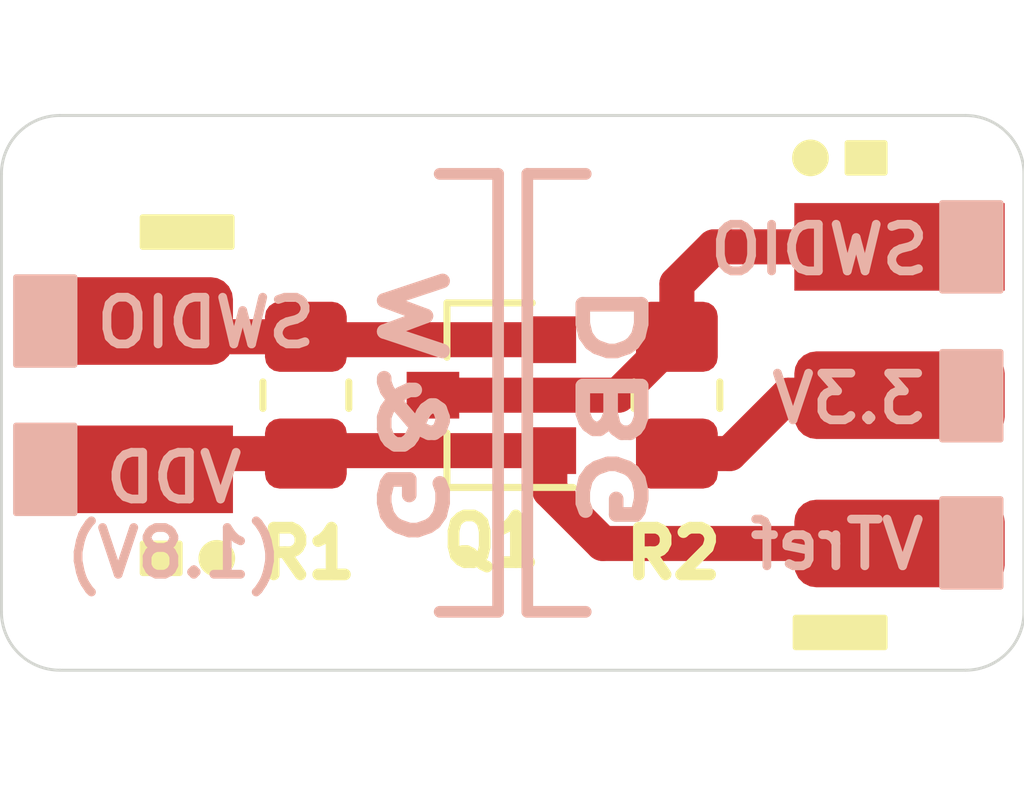
<source format=kicad_pcb>
(kicad_pcb (version 20171130) (host pcbnew 5.1.8)

  (general
    (thickness 1.6)
    (drawings 26)
    (tracks 20)
    (zones 0)
    (modules 5)
    (nets 5)
  )

  (page A4)
  (layers
    (0 F.Cu signal)
    (31 B.Cu signal)
    (32 B.Adhes user)
    (33 F.Adhes user)
    (34 B.Paste user)
    (35 F.Paste user)
    (36 B.SilkS user)
    (37 F.SilkS user)
    (38 B.Mask user)
    (39 F.Mask user)
    (40 Dwgs.User user)
    (41 Cmts.User user)
    (42 Eco1.User user)
    (43 Eco2.User user)
    (44 Edge.Cuts user)
    (45 Margin user)
    (46 B.CrtYd user)
    (47 F.CrtYd user)
    (48 B.Fab user)
    (49 F.Fab user)
  )

  (setup
    (last_trace_width 0.6)
    (user_trace_width 0.4)
    (user_trace_width 0.6)
    (trace_clearance 0.2)
    (zone_clearance 0.508)
    (zone_45_only no)
    (trace_min 0.2)
    (via_size 0.8)
    (via_drill 0.4)
    (via_min_size 0.4)
    (via_min_drill 0.3)
    (uvia_size 0.3)
    (uvia_drill 0.1)
    (uvias_allowed no)
    (uvia_min_size 0.2)
    (uvia_min_drill 0.1)
    (edge_width 0.05)
    (segment_width 0.2)
    (pcb_text_width 0.3)
    (pcb_text_size 1.5 1.5)
    (mod_edge_width 0.12)
    (mod_text_size 1 1)
    (mod_text_width 0.15)
    (pad_size 1.524 1.524)
    (pad_drill 0.762)
    (pad_to_mask_clearance 0)
    (aux_axis_origin 0 0)
    (visible_elements FFFFFF7F)
    (pcbplotparams
      (layerselection 0x010fc_ffffffff)
      (usegerberextensions false)
      (usegerberattributes true)
      (usegerberadvancedattributes true)
      (creategerberjobfile true)
      (excludeedgelayer true)
      (linewidth 0.100000)
      (plotframeref false)
      (viasonmask false)
      (mode 1)
      (useauxorigin false)
      (hpglpennumber 1)
      (hpglpenspeed 20)
      (hpglpendiameter 15.000000)
      (psnegative false)
      (psa4output false)
      (plotreference true)
      (plotvalue true)
      (plotinvisibletext false)
      (padsonsilk false)
      (subtractmaskfromsilk false)
      (outputformat 1)
      (mirror false)
      (drillshape 1)
      (scaleselection 1)
      (outputdirectory ""))
  )

  (net 0 "")
  (net 1 +1V8)
  (net 2 "Net-(J1-Pad2)")
  (net 3 "Net-(J2-Pad1)")
  (net 4 +3V3)

  (net_class Default "This is the default net class."
    (clearance 0.2)
    (trace_width 0.25)
    (via_dia 0.8)
    (via_drill 0.4)
    (uvia_dia 0.3)
    (uvia_drill 0.1)
    (add_net +1V8)
    (add_net +3V3)
    (add_net "Net-(J1-Pad2)")
    (add_net "Net-(J2-Pad1)")
  )

  (module Connector_PinHeader_2.54mm_edge:PinHeader_1x03_P2.45mm_edge (layer F.Cu) (tedit 5FA464C7) (tstamp 5FCFDA8B)
    (at 101.092 34.29 270)
    (path /5FD5B402)
    (fp_text reference J2 (at 0 -5.08 90) (layer F.SilkS) hide
      (effects (font (size 1 1) (thickness 0.15)))
    )
    (fp_text value Conn_01x03_Male (at 0 1.27 90) (layer F.Fab)
      (effects (font (size 1 1) (thickness 0.15)))
    )
    (fp_poly (pts (xy 4.318 0) (xy 3.81 0) (xy 3.81 -1.524) (xy 4.318 -1.524)) (layer F.SilkS) (width 0.1))
    (fp_circle (center -4.064 -0.254) (end -3.81 -0.254) (layer F.SilkS) (width 0.12))
    (fp_poly (pts (xy -3.8989 -0.0889) (xy -4.2545 -0.0889) (xy -4.2545 -0.4191) (xy -3.8989 -0.4191)) (layer F.SilkS) (width 0.1))
    (fp_poly (pts (xy -3.81 -0.889) (xy -4.318 -0.889) (xy -4.318 -1.524) (xy -3.81 -1.524)) (layer F.SilkS) (width 0.1))
    (pad 3 smd roundrect (at 2.54 -1.778 270) (size 1.5 3.6) (layers F.Cu F.Paste F.Mask) (roundrect_rratio 0.25)
      (net 1 +1V8))
    (pad 1 smd rect (at -2.54 -1.778 270) (size 1.5 3.6) (layers F.Cu F.Paste F.Mask)
      (net 3 "Net-(J2-Pad1)"))
    (pad 2 smd roundrect (at 0 -1.778 270) (size 1.5 3.6) (layers F.Cu F.Paste F.Mask) (roundrect_rratio 0.25)
      (net 4 +3V3))
  )

  (module Resistor_SMD:R_0805_2012Metric_Pad1.20x1.40mm_HandSolder (layer F.Cu) (tedit 5F68FEEE) (tstamp 5FCFDB30)
    (at 99.06 34.29 90)
    (descr "Resistor SMD 0805 (2012 Metric), square (rectangular) end terminal, IPC_7351 nominal with elongated pad for handsoldering. (Body size source: IPC-SM-782 page 72, https://www.pcb-3d.com/wordpress/wp-content/uploads/ipc-sm-782a_amendment_1_and_2.pdf), generated with kicad-footprint-generator")
    (tags "resistor handsolder")
    (path /5FD04182)
    (attr smd)
    (fp_text reference R2 (at -2.71 -0.06 180) (layer F.SilkS)
      (effects (font (size 0.8 0.8) (thickness 0.2)))
    )
    (fp_text value 10k (at 0 1.65 90) (layer F.Fab)
      (effects (font (size 1 1) (thickness 0.15)))
    )
    (fp_text user %R (at 0 0 90) (layer F.Fab)
      (effects (font (size 0.5 0.5) (thickness 0.08)))
    )
    (fp_line (start -1 0.625) (end -1 -0.625) (layer F.Fab) (width 0.1))
    (fp_line (start -1 -0.625) (end 1 -0.625) (layer F.Fab) (width 0.1))
    (fp_line (start 1 -0.625) (end 1 0.625) (layer F.Fab) (width 0.1))
    (fp_line (start 1 0.625) (end -1 0.625) (layer F.Fab) (width 0.1))
    (fp_line (start -0.227064 -0.735) (end 0.227064 -0.735) (layer F.SilkS) (width 0.12))
    (fp_line (start -0.227064 0.735) (end 0.227064 0.735) (layer F.SilkS) (width 0.12))
    (fp_line (start -1.85 0.95) (end -1.85 -0.95) (layer F.CrtYd) (width 0.05))
    (fp_line (start -1.85 -0.95) (end 1.85 -0.95) (layer F.CrtYd) (width 0.05))
    (fp_line (start 1.85 -0.95) (end 1.85 0.95) (layer F.CrtYd) (width 0.05))
    (fp_line (start 1.85 0.95) (end -1.85 0.95) (layer F.CrtYd) (width 0.05))
    (pad 2 smd roundrect (at 1 0 90) (size 1.2 1.4) (layers F.Cu F.Paste F.Mask) (roundrect_rratio 0.208333)
      (net 3 "Net-(J2-Pad1)"))
    (pad 1 smd roundrect (at -1 0 90) (size 1.2 1.4) (layers F.Cu F.Paste F.Mask) (roundrect_rratio 0.208333)
      (net 4 +3V3))
    (model ${KISYS3DMOD}/Resistor_SMD.3dshapes/R_0805_2012Metric.wrl
      (at (xyz 0 0 0))
      (scale (xyz 1 1 1))
      (rotate (xyz 0 0 0))
    )
  )

  (module Resistor_SMD:R_0805_2012Metric_Pad1.20x1.40mm_HandSolder (layer F.Cu) (tedit 5F68FEEE) (tstamp 5FCFCE9E)
    (at 92.71 34.29 90)
    (descr "Resistor SMD 0805 (2012 Metric), square (rectangular) end terminal, IPC_7351 nominal with elongated pad for handsoldering. (Body size source: IPC-SM-782 page 72, https://www.pcb-3d.com/wordpress/wp-content/uploads/ipc-sm-782a_amendment_1_and_2.pdf), generated with kicad-footprint-generator")
    (tags "resistor handsolder")
    (path /5FD03C33)
    (attr smd)
    (fp_text reference R1 (at -2.71 0.04) (layer F.SilkS)
      (effects (font (size 0.8 0.8) (thickness 0.2)))
    )
    (fp_text value 10k (at 0 1.65 90) (layer F.Fab)
      (effects (font (size 1 1) (thickness 0.15)))
    )
    (fp_text user %R (at 0 0 90) (layer F.Fab)
      (effects (font (size 0.5 0.5) (thickness 0.08)))
    )
    (fp_line (start -1 0.625) (end -1 -0.625) (layer F.Fab) (width 0.1))
    (fp_line (start -1 -0.625) (end 1 -0.625) (layer F.Fab) (width 0.1))
    (fp_line (start 1 -0.625) (end 1 0.625) (layer F.Fab) (width 0.1))
    (fp_line (start 1 0.625) (end -1 0.625) (layer F.Fab) (width 0.1))
    (fp_line (start -0.227064 -0.735) (end 0.227064 -0.735) (layer F.SilkS) (width 0.12))
    (fp_line (start -0.227064 0.735) (end 0.227064 0.735) (layer F.SilkS) (width 0.12))
    (fp_line (start -1.85 0.95) (end -1.85 -0.95) (layer F.CrtYd) (width 0.05))
    (fp_line (start -1.85 -0.95) (end 1.85 -0.95) (layer F.CrtYd) (width 0.05))
    (fp_line (start 1.85 -0.95) (end 1.85 0.95) (layer F.CrtYd) (width 0.05))
    (fp_line (start 1.85 0.95) (end -1.85 0.95) (layer F.CrtYd) (width 0.05))
    (pad 2 smd roundrect (at 1 0 90) (size 1.2 1.4) (layers F.Cu F.Paste F.Mask) (roundrect_rratio 0.208333)
      (net 2 "Net-(J1-Pad2)"))
    (pad 1 smd roundrect (at -1 0 90) (size 1.2 1.4) (layers F.Cu F.Paste F.Mask) (roundrect_rratio 0.208333)
      (net 1 +1V8))
    (model ${KISYS3DMOD}/Resistor_SMD.3dshapes/R_0805_2012Metric.wrl
      (at (xyz 0 0 0))
      (scale (xyz 1 1 1))
      (rotate (xyz 0 0 0))
    )
  )

  (module Package_TO_SOT_SMD:SOT-23 (layer F.Cu) (tedit 5A02FF57) (tstamp 5FCFCF2C)
    (at 95.885 34.29 180)
    (descr "SOT-23, Standard")
    (tags SOT-23)
    (path /5FCFEBFA)
    (attr smd)
    (fp_text reference Q1 (at 0 -2.5) (layer F.SilkS)
      (effects (font (size 0.8 0.8) (thickness 0.2)))
    )
    (fp_text value BSS138 (at 0 2.5) (layer F.Fab)
      (effects (font (size 1 1) (thickness 0.15)))
    )
    (fp_text user %R (at 0 0 90) (layer F.Fab)
      (effects (font (size 0.5 0.5) (thickness 0.075)))
    )
    (fp_line (start -0.7 -0.95) (end -0.7 1.5) (layer F.Fab) (width 0.1))
    (fp_line (start -0.15 -1.52) (end 0.7 -1.52) (layer F.Fab) (width 0.1))
    (fp_line (start -0.7 -0.95) (end -0.15 -1.52) (layer F.Fab) (width 0.1))
    (fp_line (start 0.7 -1.52) (end 0.7 1.52) (layer F.Fab) (width 0.1))
    (fp_line (start -0.7 1.52) (end 0.7 1.52) (layer F.Fab) (width 0.1))
    (fp_line (start 0.76 1.58) (end 0.76 0.65) (layer F.SilkS) (width 0.12))
    (fp_line (start 0.76 -1.58) (end 0.76 -0.65) (layer F.SilkS) (width 0.12))
    (fp_line (start -1.7 -1.75) (end 1.7 -1.75) (layer F.CrtYd) (width 0.05))
    (fp_line (start 1.7 -1.75) (end 1.7 1.75) (layer F.CrtYd) (width 0.05))
    (fp_line (start 1.7 1.75) (end -1.7 1.75) (layer F.CrtYd) (width 0.05))
    (fp_line (start -1.7 1.75) (end -1.7 -1.75) (layer F.CrtYd) (width 0.05))
    (fp_line (start 0.76 -1.58) (end -1.4 -1.58) (layer F.SilkS) (width 0.12))
    (fp_line (start 0.76 1.58) (end -0.7 1.58) (layer F.SilkS) (width 0.12))
    (pad 3 smd rect (at 1 0 180) (size 0.9 0.8) (layers F.Cu F.Paste F.Mask)
      (net 3 "Net-(J2-Pad1)"))
    (pad 2 smd rect (at -1 0.95 180) (size 0.9 0.8) (layers F.Cu F.Paste F.Mask)
      (net 2 "Net-(J1-Pad2)"))
    (pad 1 smd rect (at -1 -0.95 180) (size 0.9 0.8) (layers F.Cu F.Paste F.Mask)
      (net 1 +1V8))
    (model ${KISYS3DMOD}/Package_TO_SOT_SMD.3dshapes/SOT-23.wrl
      (at (xyz 0 0 0))
      (scale (xyz 1 1 1))
      (rotate (xyz 0 0 0))
    )
  )

  (module Connector_PinHeader_2.54mm_edge:PinHeader_1x02_P2.54mm_Edge (layer F.Cu) (tedit 5FA464A1) (tstamp 5FCFCC1C)
    (at 91.44 34.29 90)
    (path /5FCFC9BE)
    (fp_text reference J1 (at 0 -5.08 90) (layer F.SilkS) hide
      (effects (font (size 1 1) (thickness 0.15)))
    )
    (fp_text value Conn_01x02_Male (at 0 1.27 90) (layer F.Fab)
      (effects (font (size 1 1) (thickness 0.15)))
    )
    (fp_circle (center -2.794 -0.254) (end -2.54 -0.254) (layer F.SilkS) (width 0.12))
    (fp_poly (pts (xy 3.048 0) (xy 2.54 0) (xy 2.54 -1.524) (xy 3.048 -1.524)) (layer F.SilkS) (width 0.1))
    (fp_poly (pts (xy -2.6289 -0.0889) (xy -2.9845 -0.0889) (xy -2.9845 -0.4191) (xy -2.6289 -0.4191)) (layer F.SilkS) (width 0.1))
    (fp_poly (pts (xy -2.54 -0.889) (xy -3.048 -0.889) (xy -3.048 -1.524) (xy -2.54 -1.524)) (layer F.SilkS) (width 0.1))
    (pad 1 smd rect (at -1.27 -1.778 90) (size 1.5 3.6) (layers F.Cu F.Paste F.Mask)
      (net 1 +1V8))
    (pad 2 smd roundrect (at 1.27 -1.778 90) (size 1.5 3.6) (layers F.Cu F.Paste F.Mask) (roundrect_rratio 0.25)
      (net 2 "Net-(J1-Pad2)"))
  )

  (gr_line (start 96.5 38) (end 97.5 38) (layer B.SilkS) (width 0.2) (tstamp 5FCFDEB0))
  (gr_line (start 96.5 30.5) (end 97.5 30.5) (layer B.SilkS) (width 0.2) (tstamp 5FCFDEAF))
  (gr_line (start 96.5 38) (end 96.5 30.5) (layer B.SilkS) (width 0.2) (tstamp 5FCFDEAE))
  (gr_line (start 96 30.5) (end 96 38) (layer B.SilkS) (width 0.2) (tstamp 5FCFDE9D))
  (gr_line (start 96 30.5) (end 95 30.5) (layer B.SilkS) (width 0.2))
  (gr_line (start 96 38) (end 95 38) (layer B.SilkS) (width 0.2))
  (gr_text VTref (at 101.8 36.85) (layer B.SilkS) (tstamp 5FCFDE36)
    (effects (font (size 0.8 0.8) (thickness 0.15)) (justify mirror))
  )
  (gr_text 3.3V (at 102 34.35) (layer B.SilkS) (tstamp 5FCFDCD3)
    (effects (font (size 0.8 0.8) (thickness 0.15)) (justify mirror))
  )
  (gr_text SWDIO (at 101.5 31.8) (layer B.SilkS) (tstamp 5FCFDCBB)
    (effects (font (size 0.8 0.8) (thickness 0.15)) (justify mirror))
  )
  (gr_poly (pts (xy 104.6 37.57) (xy 103.6 37.57) (xy 103.6 36.07) (xy 104.6 36.07)) (layer B.SilkS) (width 0.1) (tstamp 5FCFDCB4))
  (gr_poly (pts (xy 104.6 35.05) (xy 103.6 35.05) (xy 103.6 33.55) (xy 104.6 33.55)) (layer B.SilkS) (width 0.1) (tstamp 5FCFDCB4))
  (gr_poly (pts (xy 104.6 32.5) (xy 103.6 32.5) (xy 103.6 31) (xy 104.6 31)) (layer B.SilkS) (width 0.1) (tstamp 5FCFDCB4))
  (gr_text SWDIO (at 91 33.05) (layer B.SilkS) (tstamp 5FCFDC69)
    (effects (font (size 0.8 0.8) (thickness 0.15)) (justify mirror))
  )
  (gr_poly (pts (xy 88.75 33.77) (xy 87.75 33.77) (xy 87.75 32.27) (xy 88.75 32.27)) (layer B.SilkS) (width 0.1) (tstamp 5FCFDC32))
  (gr_poly (pts (xy 88.75 36.31) (xy 87.75 36.31) (xy 87.75 34.81) (xy 88.75 34.81)) (layer B.SilkS) (width 0.1))
  (gr_text "VDD\n(1.8V)" (at 90.45 36.35) (layer B.SilkS) (tstamp 5FCFDC3B)
    (effects (font (size 0.8 0.8) (thickness 0.15)) (justify mirror))
  )
  (gr_text G&W (at 94.5 34.5 270) (layer B.SilkS) (tstamp 5FCFDC0B)
    (effects (font (size 1 1.4) (thickness 0.25)) (justify mirror))
  )
  (gr_text "DBG\n" (at 98 34.5 90) (layer B.SilkS) (tstamp 5FCFDC2F)
    (effects (font (size 1 1.4) (thickness 0.25)) (justify mirror))
  )
  (gr_line (start 87.5 38) (end 87.5 30.5) (layer Edge.Cuts) (width 0.05) (tstamp 5FCFDA61))
  (gr_line (start 104 39) (end 88.5 39) (layer Edge.Cuts) (width 0.05) (tstamp 5FCFDA60))
  (gr_line (start 105 30.5) (end 105 38) (layer Edge.Cuts) (width 0.05) (tstamp 5FCFDA5F))
  (gr_line (start 88.5 29.5) (end 104 29.5) (layer Edge.Cuts) (width 0.05) (tstamp 5FCFDA5E))
  (gr_arc (start 104 38) (end 104 39) (angle -90) (layer Edge.Cuts) (width 0.05) (tstamp 5FCFDA44))
  (gr_arc (start 104 30.5) (end 105 30.5) (angle -90) (layer Edge.Cuts) (width 0.05) (tstamp 5FCFDA44))
  (gr_arc (start 88.5 38) (end 87.5 38) (angle -90) (layer Edge.Cuts) (width 0.05) (tstamp 5FCFDA44))
  (gr_arc (start 88.5 30.5) (end 88.5 29.5) (angle -90) (layer Edge.Cuts) (width 0.05))

  (segment (start 92.76 35.24) (end 92.71 35.29) (width 0.6) (layer F.Cu) (net 1))
  (segment (start 96.885 35.24) (end 92.76 35.24) (width 0.6) (layer F.Cu) (net 1))
  (segment (start 96.885 35.925) (end 96.885 35.24) (width 0.6) (layer F.Cu) (net 1))
  (segment (start 97.79 36.83) (end 96.885 35.925) (width 0.6) (layer F.Cu) (net 1))
  (segment (start 89.932 35.29) (end 89.662 35.56) (width 0.6) (layer F.Cu) (net 1))
  (segment (start 92.71 35.29) (end 89.932 35.29) (width 0.6) (layer F.Cu) (net 1))
  (segment (start 97.79 36.83) (end 102.87 36.83) (width 0.6) (layer F.Cu) (net 1))
  (segment (start 88.342 33.29) (end 88.222 33.17) (width 0.6) (layer F.Cu) (net 2))
  (segment (start 92.76 33.34) (end 92.71 33.29) (width 0.6) (layer F.Cu) (net 2))
  (segment (start 96.885 33.34) (end 92.76 33.34) (width 0.6) (layer F.Cu) (net 2))
  (segment (start 89.932 33.29) (end 89.662 33.02) (width 0.6) (layer F.Cu) (net 2))
  (segment (start 92.71 33.29) (end 89.932 33.29) (width 0.6) (layer F.Cu) (net 2))
  (segment (start 98.06 34.29) (end 99.06 33.29) (width 0.6) (layer F.Cu) (net 3))
  (segment (start 94.885 34.29) (end 98.06 34.29) (width 0.6) (layer F.Cu) (net 3))
  (segment (start 99.06 33.29) (end 99.06 32.385) (width 0.6) (layer F.Cu) (net 3))
  (segment (start 99.695 31.75) (end 102.87 31.75) (width 0.6) (layer F.Cu) (net 3))
  (segment (start 99.06 32.385) (end 99.695 31.75) (width 0.6) (layer F.Cu) (net 3))
  (segment (start 99.06 35.29) (end 99.965 35.29) (width 0.6) (layer F.Cu) (net 4))
  (segment (start 100.965 34.29) (end 102.87 34.29) (width 0.6) (layer F.Cu) (net 4))
  (segment (start 99.965 35.29) (end 100.965 34.29) (width 0.6) (layer F.Cu) (net 4))

)

</source>
